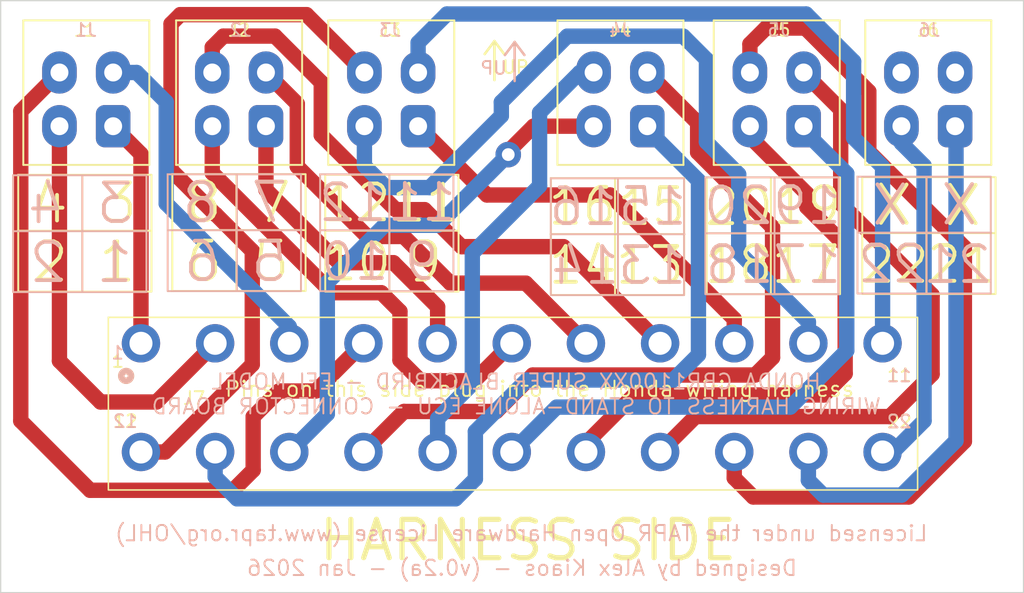
<source format=kicad_pcb>
(kicad_pcb (version 20211014) (generator pcbnew)
  (layers (0 "F.Cu" signal) (31 "B.Cu" signal) (34 "B.Paste" user) (35 "F.Paste" user) (36 "B.SilkS" user "B.Silkscreen") (37 "F.SilkS" user "F.Silkscreen") (38 "B.Mask" user) (39 "F.Mask" user) (44 "Edge.Cuts" user))
  (net 0 "")
  (net 3 "AB_1")
  (net 4 "AB_2")
  (net 5 "AB_3")
  (net 6 "AB_4")
  (net 7 "AB_5")
  (net 8 "AB_6")
  (net 9 "AB_7")
  (net 10 "AB_8")
  (net 11 "AB_9")
  (net 12 "AB_10")
  (net 13 "AB_11")
  (net 14 "AB_12")
  (net 15 "AB_13")
  (net 16 "AB_14")
  (net 17 "AB_15")
  (net 18 "AB_16")
  (net 19 "AB_17")
  (net 20 "AB_18")
  (net 21 "AB_19")
  (net 22 "AB_20")
  (net 23 "AB_21")
  (net 24 "AB_22")
  (footprint "AJK_MolexPin:AJK_Single_MolexPin_1.8mmHole" (layer "F.Cu") (at 110.975 80.5)
    (fp_text reference "J7" (at 4.16 4.29 unlocked) (layer "F.SilkS"))
    (fp_text value "AJK_22_Pin" hide)
    (fp_circle (center -1.16 2.55) (end -0.779 2.55) (layer "B.SilkS") (width 0.508) (fill none))
    (fp_rect (start -2.55 -2.03) (end 60.74 11.47) (layer "F.SilkS") (width 0.12) (fill none))
    (fp_circle (center -1.161 2.55) (end -0.78 2.55) (layer "F.SilkS") (width 0.508) (fill none))
    (pad "1" thru_hole circle (at 0 0) (size 3 3) (drill 1.8) (layers *.Cu *.Mask) (net 3 "AB_1"))
    (pad "2" thru_hole circle (at 5.8 0) (size 3 3) (drill 1.8) (layers *.Cu *.Mask) (net 4 "AB_2"))
    (pad "3" thru_hole circle (at 11.6 0) (size 3 3) (drill 1.8) (layers *.Cu *.Mask) (net 5 "AB_3"))
    (pad "4" thru_hole circle (at 17.4 0) (size 3 3) (drill 1.8) (layers *.Cu *.Mask) (net 6 "AB_4"))
    (pad "5" thru_hole circle (at 23.2 0) (size 3 3) (drill 1.8) (layers *.Cu *.Mask) (net 7 "AB_5"))
    (pad "6" thru_hole circle (at 29 0) (size 3 3) (drill 1.8) (layers *.Cu *.Mask) (net 8 "AB_6"))
    (pad "7" thru_hole circle (at 34.8 0) (size 3 3) (drill 1.8) (layers *.Cu *.Mask) (net 9 "AB_7"))
    (pad "8" thru_hole circle (at 40.6 0) (size 3 3) (drill 1.8) (layers *.Cu *.Mask) (net 10 "AB_8"))
    (pad "9" thru_hole circle (at 46.4 0) (size 3 3) (drill 1.8) (layers *.Cu *.Mask) (net 11 "AB_9"))
    (pad "10" thru_hole circle (at 52.2 0) (size 3 3) (drill 1.8) (layers *.Cu *.Mask) (net 12 "AB_10"))
    (pad "11" thru_hole circle (at 58 0) (size 3 3) (drill 1.8) (layers *.Cu *.Mask) (net 13 "AB_11"))
    (pad "12" thru_hole circle (at 0 8.5) (size 3 3) (drill 1.8) (layers *.Cu *.Mask) (net 14 "AB_12"))
    (pad "13" thru_hole circle (at 5.8 8.5) (size 3 3) (drill 1.8) (layers *.Cu *.Mask) (net 15 "AB_13"))
    (pad "14" thru_hole circle (at 11.6 8.5) (size 3 3) (drill 1.8) (layers *.Cu *.Mask) (net 16 "AB_14"))
    (pad "15" thru_hole circle (at 17.4 8.5) (size 3 3) (drill 1.8) (layers *.Cu *.Mask) (net 17 "AB_15"))
    (pad "16" thru_hole circle (at 23.2 8.5) (size 3 3) (drill 1.8) (layers *.Cu *.Mask) (net 18 "AB_16"))
    (pad "17" thru_hole circle (at 29 8.5) (size 3 3) (drill 1.8) (layers *.Cu *.Mask) (net 19 "AB_17"))
    (pad "18" thru_hole circle (at 34.8 8.5) (size 3 3) (drill 1.8) (layers *.Cu *.Mask) (net 20 "AB_18"))
    (pad "19" thru_hole circle (at 40.6 8.5) (size 3 3) (drill 1.8) (layers *.Cu *.Mask) (net 21 "AB_19"))
    (pad "20" thru_hole circle (at 46.4 8.5) (size 3 3) (drill 1.8) (layers *.Cu *.Mask) (net 22 "AB_20"))
    (pad "21" thru_hole circle (at 52.2 8.5) (size 3 3) (drill 1.8) (layers *.Cu *.Mask) (net 23 "AB_21"))
    (pad "22" thru_hole circle (at 58 8.5) (size 3 3) (drill 1.8) (layers *.Cu *.Mask) (net 24 "AB_22"))
  )
  (footprint "AJK_MolexPin:4-Way-Molex_Connector-MiniFit-JNR" (layer "F.Cu") (at 108.8 63.52)
    (fp_text reference "J1" (at -2.175 -7.52 unlocked) (layer "F.SilkS"))
    (fp_text value "2125201004" hide)
    (fp_line (start -7.0276 -8.276946) (end -7.0276 3.026054) (layer "F.SilkS") (width 0.1524))
    (fp_line (start 2.8276 -8.276946) (end -7.0276 -8.276946) (layer "F.SilkS") (width 0.1524))
    (fp_line (start 2.8276 3.026054) (end 2.8276 -8.276946) (layer "F.SilkS") (width 0.1524))
    (fp_line (start -7.0276 3.026054) (end 2.8276 3.026054) (layer "F.SilkS") (width 0.1524))
    (pad "1" thru_hole roundrect (at 0 0) (size 2.7 3.3) (drill 1.4) (layers *.Cu *.Mask) (net 3 "AB_1"))
    (pad "2" thru_hole oval (at -4.199998 0) (size 2.7 3.3) (drill 1.4) (layers *.Cu *.Mask) (net 4 "AB_2"))
    (pad "3" thru_hole oval (at 0 -4.19989) (size 2.7 3.3) (drill 1.4) (layers *.Cu *.Mask) (net 5 "AB_3"))
    (pad "4" thru_hole oval (at -4.199998 -4.19989) (size 2.7 3.3) (drill 1.4) (layers *.Cu *.Mask) (net 6 "AB_4"))
  )
  (footprint "AJK_MolexPin:4-Way-Molex_Connector-MiniFit-JNR" (layer "F.Cu") (at 150.575 63.52)
    (fp_text reference "J4" (at -2.1 -7.52 unlocked) (layer "F.SilkS"))
    (fp_text value "2125201004" hide)
    (fp_line (start -7.0276 3.026054) (end 2.8276 3.026054) (layer "F.SilkS") (width 0.1524))
    (fp_line (start -7.0276 -8.276946) (end -7.0276 3.026054) (layer "F.SilkS") (width 0.1524))
    (fp_line (start 2.8276 3.026054) (end 2.8276 -8.276946) (layer "F.SilkS") (width 0.1524))
    (fp_line (start 2.8276 -8.276946) (end -7.0276 -8.276946) (layer "F.SilkS") (width 0.1524))
    (pad "1" thru_hole roundrect (at 0 0) (size 2.7 3.3) (drill 1.4) (layers *.Cu *.Mask) (net 15 "AB_13"))
    (pad "2" thru_hole oval (at -4.199998 0) (size 2.7 3.3) (drill 1.4) (layers *.Cu *.Mask) (net 16 "AB_14"))
    (pad "3" thru_hole oval (at 0 -4.19989) (size 2.7 3.3) (drill 1.4) (layers *.Cu *.Mask) (net 17 "AB_15"))
    (pad "4" thru_hole oval (at -4.199998 -4.19989) (size 2.7 3.3) (drill 1.4) (layers *.Cu *.Mask) (net 18 "AB_16"))
  )
  (footprint "AJK_MolexPin:4-Way-Molex_Connector-MiniFit-JNR" (layer "F.Cu") (at 132.65 63.52)
    (fp_text reference "J3" (at -2.2 -7.52 unlocked) (layer "F.SilkS"))
    (fp_text value "2125201004" hide)
    (fp_line (start -7.0276 3.026054) (end 2.8276 3.026054) (layer "F.SilkS") (width 0.1524))
    (fp_line (start -7.0276 -8.276946) (end -7.0276 3.026054) (layer "F.SilkS") (width 0.1524))
    (fp_line (start 2.8276 -8.276946) (end -7.0276 -8.276946) (layer "F.SilkS") (width 0.1524))
    (fp_line (start 2.8276 3.026054) (end 2.8276 -8.276946) (layer "F.SilkS") (width 0.1524))
    (pad "1" thru_hole roundrect (at 0 0) (size 2.7 3.3) (drill 1.4) (layers *.Cu *.Mask) (net 11 "AB_9"))
    (pad "2" thru_hole oval (at -4.199998 0) (size 2.7 3.3) (drill 1.4) (layers *.Cu *.Mask) (net 12 "AB_10"))
    (pad "3" thru_hole oval (at 0 -4.19989) (size 2.7 3.3) (drill 1.4) (layers *.Cu *.Mask) (net 13 "AB_11"))
    (pad "4" thru_hole oval (at -4.199998 -4.19989) (size 2.7 3.3) (drill 1.4) (layers *.Cu *.Mask) (net 14 "AB_12"))
  )
  (footprint "AJK_MolexPin:4-Way-Molex_Connector-MiniFit-JNR" (layer "F.Cu") (at 120.75 63.52)
    (fp_text reference "J2" (at -2.1 -7.52 unlocked) (layer "F.SilkS"))
    (fp_text value "2125201004" hide)
    (fp_line (start -7.0276 3.026054) (end 2.8276 3.026054) (layer "F.SilkS") (width 0.1524))
    (fp_line (start -7.0276 -8.276946) (end -7.0276 3.026054) (layer "F.SilkS") (width 0.1524))
    (fp_line (start 2.8276 3.026054) (end 2.8276 -8.276946) (layer "F.SilkS") (width 0.1524))
    (fp_line (start 2.8276 -8.276946) (end -7.0276 -8.276946) (layer "F.SilkS") (width 0.1524))
    (pad "1" thru_hole roundrect (at 0 0) (size 2.7 3.3) (drill 1.4) (layers *.Cu *.Mask) (net 7 "AB_5"))
    (pad "2" thru_hole oval (at -4.199998 0) (size 2.7 3.3) (drill 1.4) (layers *.Cu *.Mask) (net 8 "AB_6"))
    (pad "3" thru_hole oval (at 0 -4.19989) (size 2.7 3.3) (drill 1.4) (layers *.Cu *.Mask) (net 9 "AB_7"))
    (pad "4" thru_hole oval (at -4.199998 -4.19989) (size 2.7 3.3) (drill 1.4) (layers *.Cu *.Mask) (net 10 "AB_8"))
  )
  (footprint "AJK_MolexPin:4-Way-Molex_Connector-MiniFit-JNR" (layer "F.Cu") (at 162.8 63.52)
    (fp_text reference "J5" (at -1.89 -7.52 unlocked) (layer "F.SilkS"))
    (fp_text value "2125201004" hide)
    (fp_line (start 2.8276 3.026054) (end 2.8276 -8.276946) (layer "F.SilkS") (width 0.1524))
    (fp_line (start -7.0276 -8.276946) (end -7.0276 3.026054) (layer "F.SilkS") (width 0.1524))
    (fp_line (start -7.0276 3.026054) (end 2.8276 3.026054) (layer "F.SilkS") (width 0.1524))
    (fp_line (start 2.8276 -8.276946) (end -7.0276 -8.276946) (layer "F.SilkS") (width 0.1524))
    (pad "1" thru_hole roundrect (at 0 0) (size 2.7 3.3) (drill 1.4) (layers *.Cu *.Mask) (net 19 "AB_17"))
    (pad "2" thru_hole oval (at -4.199998 0) (size 2.7 3.3) (drill 1.4) (layers *.Cu *.Mask) (net 20 "AB_18"))
    (pad "3" thru_hole oval (at 0 -4.19989) (size 2.7 3.3) (drill 1.4) (layers *.Cu *.Mask) (net 21 "AB_19"))
    (pad "4" thru_hole oval (at -4.199998 -4.19989) (size 2.7 3.3) (drill 1.4) (layers *.Cu *.Mask) (net 22 "AB_20"))
  )
  (footprint "AJK_MolexPin:4-Way-Molex_Connector-MiniFit-JNR" (layer "F.Cu") (at 174.65 63.52)
    (fp_text reference "J6" (at -2.1 -7.52 unlocked) (layer "F.SilkS"))
    (fp_text value "2125201004" hide)
    (fp_line (start 2.8276 3.026054) (end 2.8276 -8.276946) (layer "F.SilkS") (width 0.1524))
    (fp_line (start -7.0276 3.026054) (end 2.8276 3.026054) (layer "F.SilkS") (width 0.1524))
    (fp_line (start 2.8276 -8.276946) (end -7.0276 -8.276946) (layer "F.SilkS") (width 0.1524))
    (fp_line (start -7.0276 -8.276946) (end -7.0276 3.026054) (layer "F.SilkS") (width 0.1524))
    (pad "1" thru_hole roundrect (at 0 0) (size 2.7 3.3) (drill 1.4) (layers *.Cu *.Mask) (net 23 "AB_21"))
    (pad "2" thru_hole oval (at -4.199998 0) (size 2.7 3.3) (drill 1.4) (layers *.Cu *.Mask) (net 24 "AB_22"))
    (pad "3" thru_hole oval (at 0 -4.19989) (size 2.7 3.3) (drill 1.4) (layers *.Cu *.Mask))
    (pad "4" thru_hole oval (at -4.199998 -4.19989) (size 2.7 3.3) (drill 1.4) (layers *.Cu *.Mask))
  )
  (gr_line (start 160.525 76.62) (end 160.525 67.545) (layer "B.SilkS") (width 0.15))
  (gr_line (start 140.201 59.986) (end 140.201 56.938) (layer "B.SilkS") (width 0.2))
  (gr_line (start 140.201 56.938) (end 139.439 57.954) (layer "B.SilkS") (width 0.2))
  (gr_rect (start 113.0625 76.42) (end 123.4875 67.2825) (layer "B.SilkS") (width 0.15) (fill none))
  (gr_line (start 118.475 76.3825) (end 118.475 67.3075) (layer "B.SilkS") (width 0.15))
  (gr_line (start 155.15 71.895) (end 165.575 71.895) (layer "B.SilkS") (width 0.15))
  (gr_line (start 148.28 76.705) (end 148.28 67.63) (layer "B.SilkS") (width 0.15))
  (gr_line (start 101.0125 71.7325) (end 111.4375 71.7325) (layer "B.SilkS") (width 0.15))
  (gr_rect (start 100.975 76.495) (end 111.4 67.3575) (layer "B.SilkS") (width 0.15) (fill none))
  (gr_line (start 106.3875 76.4575) (end 106.3875 67.3825) (layer "B.SilkS") (width 0.15))
  (gr_rect (start 124.9875 76.42) (end 135.4125 67.2825) (layer "B.SilkS") (width 0.15) (fill none))
  (gr_rect (start 167.0125 76.6075) (end 177.4375 67.47) (layer "B.SilkS") (width 0.15) (fill none))
  (gr_line (start 167.05 71.845) (end 177.475 71.845) (layer "B.SilkS") (width 0.15))
  (gr_line (start 140.963 57.954) (end 140.201 56.938) (layer "B.SilkS") (width 0.2))
  (gr_line (start 172.425 76.57) (end 172.425 67.495) (layer "B.SilkS") (width 0.15))
  (gr_line (start 125.025 71.6575) (end 135.45 71.6575) (layer "B.SilkS") (width 0.15))
  (gr_line (start 143.0625 71.97) (end 153.4875 71.97) (layer "B.SilkS") (width 0.15))
  (gr_rect (start 155.1125 76.6575) (end 165.5375 67.52) (layer "B.SilkS") (width 0.15) (fill none))
  (gr_rect (start 143.025 76.7325) (end 153.45 67.595) (layer "B.SilkS") (width 0.15) (fill none))
  (gr_line (start 130.4 76.3825) (end 130.4 67.3075) (layer "B.SilkS") (width 0.15))
  (gr_line (start 113.1 71.6575) (end 123.525 71.6575) (layer "B.SilkS") (width 0.15))
  (gr_line (start 125.35 71.695) (end 135.775 71.695) (layer "F.SilkS") (width 0.15))
  (gr_line (start 118.4375 67.295) (end 118.4375 76.37) (layer "F.SilkS") (width 0.15))
  (gr_line (start 113.3875 71.645) (end 123.8125 71.645) (layer "F.SilkS") (width 0.15))
  (gr_rect (start 125.3875 67.32) (end 135.8125 76.4575) (layer "F.SilkS") (width 0.15) (fill none))
  (gr_rect (start 155.225 67.52) (end 165.65 76.6575) (layer "F.SilkS") (width 0.15) (fill none))
  (gr_line (start 155.1875 71.895) (end 165.6125 71.895) (layer "F.SilkS") (width 0.15))
  (gr_line (start 138.619 56.864) (end 137.857 57.88) (layer "F.SilkS") (width 0.2))
  (gr_line (start 143 71.9575) (end 153.425 71.9575) (layer "F.SilkS") (width 0.15))
  (gr_rect (start 167.3875 67.5075) (end 177.8125 76.645) (layer "F.SilkS") (width 0.15) (fill none))
  (gr_line (start 106.3875 67.345) (end 106.3875 76.42) (layer "F.SilkS") (width 0.15))
  (gr_rect (start 113.425 67.27) (end 123.85 76.4075) (layer "F.SilkS") (width 0.15) (fill none))
  (gr_line (start 138.619 56.864) (end 138.619 59.912) (layer "F.SilkS") (width 0.2))
  (gr_line (start 172.4 67.5325) (end 172.4 76.6075) (layer "F.SilkS") (width 0.15))
  (gr_line (start 139.381 57.88) (end 138.619 56.864) (layer "F.SilkS") (width 0.2))
  (gr_line (start 160.2375 67.545) (end 160.2375 76.62) (layer "F.SilkS") (width 0.15))
  (gr_rect (start 101.375 67.32) (end 111.8 76.4575) (layer "F.SilkS") (width 0.15) (fill none))
  (gr_line (start 101.3375 71.695) (end 111.7625 71.695) (layer "F.SilkS") (width 0.15))
  (gr_line (start 148.05 67.6075) (end 148.05 76.6825) (layer "F.SilkS") (width 0.15))
  (gr_line (start 167.35 71.8825) (end 177.775 71.8825) (layer "F.SilkS") (width 0.15))
  (gr_line (start 130.4 67.345) (end 130.4 76.42) (layer "F.SilkS") (width 0.15))
  (gr_rect (start 143.0375 67.5825) (end 153.4625 76.72) (layer "F.SilkS") (width 0.15) (fill none))
  (gr_rect (start 100 100) (end 180 53.7) (layer "Edge.Cuts") (width 0.1) (fill none))
  (gr_text "14" (at 145.7125 74.42) (layer "B.SilkS") (effects (font (size 2.8 2.8) (thickness 0.3)) (justify mirror)))
  (gr_text "11" (at 170.27 83.02) (layer "B.SilkS") (effects (font (size 1 1)) (justify mirror)))
  (gr_text "9" (at 132.925 74.1075) (layer "B.SilkS") (effects (font (size 2.8 2.8) (thickness 0.3)) (justify mirror)))
  (gr_text "Licensed under the TAPR Open Hardware License (www.tapr.org/OHL)" (at 140.72 95.36) (layer "B.SilkS") (effects (font (size 1.2 1.2)) (justify mirror)))
  (gr_text "17" (at 163.075 74.345) (layer "B.SilkS") (effects (font (size 2.8 2.8) (thickness 0.3)) (justify mirror)))
  (gr_text "15" (at 150.9875 69.795) (layer "B.SilkS") (effects (font (size 2.8 2.8) (thickness 0.3)) (justify mirror)))
  (gr_text "13" (at 150.9625 74.42) (layer "B.SilkS") (effects (font (size 2.8 2.8) (thickness 0.3)) (justify mirror)))
  (gr_text "X" (at 169.575 69.695) (layer "B.SilkS") (effects (font (size 3 3) (thickness 0.3)) (justify mirror)))
  (gr_text "J1" (at 106.67 56) (layer "B.SilkS") (effects (font (size 1 1)) (justify mirror)))
  (gr_text "J6" (at 172.63 56) (layer "B.SilkS") (effects (font (size 1 1)) (justify mirror)))
  (gr_text "X" (at 174.975 69.67) (layer "B.SilkS") (effects (font (size 3 3) (thickness 0.3)) (justify mirror)))
  (gr_text "1" (at 108.9125 74.1825) (layer "B.SilkS") (effects (font (size 3 3) (thickness 0.3)) (justify mirror)))
  (gr_text "7" (at 121.025 69.4825) (layer "B.SilkS") (effects (font (size 3 3) (thickness 0.3)) (justify mirror)))
  (gr_text "J4" (at 148.45 56) (layer "B.SilkS") (effects (font (size 1 1)) (justify mirror)))
  (gr_text "22" (at 169.7 74.295) (layer "B.SilkS") (effects (font (size 2.8 2.8) (thickness 0.3)) (justify mirror)))
  (gr_text "J3" (at 130.47 56) (layer "B.SilkS") (effects (font (size 1 1)) (justify mirror)))
  (gr_text "11" (at 132.95 69.4825) (layer "B.SilkS") (effects (font (size 2.8 2.8) (thickness 0.3)) (justify mirror)))
  (gr_text "10" (at 127.675 74.1075) (layer "B.SilkS") (effects (font (size 2.8 2.8) (thickness 0.3)) (justify mirror)))
  (gr_text "J2" (at 118.77 56) (layer "B.SilkS") (effects (font (size 1 1)) (justify mirror)))
  (gr_text "1" (at 109.15 81.245) (layer "B.SilkS") (effects (font (size 1 1)) (justify mirror)))
  (gr_text "Designed by Alex Kiaos - (v0.2a) - Jan 2026" (at 140.775 98.075) (layer "B.SilkS") (effects (font (size 1.2 1.2)) (justify mirror)))
  (gr_text "21" (at 174.825 74.345) (layer "B.SilkS") (effects (font (size 2.8 2.8) (thickness 0.3)) (justify mirror)))
  (gr_text "16" (at 145.5875 69.82) (layer "B.SilkS") (effects (font (size 2.8 2.8) (thickness 0.3)) (justify mirror)))
  (gr_text "2" (at 103.6625 74.1825) (layer "B.SilkS") (effects (font (size 3 3) (thickness 0.3)) (justify mirror)))
  (gr_text "6" (at 115.75 74.1075) (layer "B.SilkS") (effects (font (size 3 3) (thickness 0.3)) (justify mirror)))
  (gr_text "J5" (at 160.84 56) (layer "B.SilkS") (effects (font (size 1 1)) (justify mirror)))
  (gr_text "20" (at 157.675 69.745) (layer "B.SilkS") (effects (font (size 2.8 2.8) (thickness 0.3)) (justify mirror)))
  (gr_text "3" (at 108.9375 69.5575) (layer "B.SilkS") (effects (font (size 3 3) (thickness 0.3)) (justify mirror)))
  (gr_text "UP" (at 138.55 58.97) (layer "B.SilkS") (effects (font (size 1 1)) (justify mirror)))
  (gr_text "12" (at 127.55 69.5075) (layer "B.SilkS") (effects (font (size 2.8 2.8) (thickness 0.3)) (justify mirror)))
  (gr_text "19" (at 163.075 69.72) (layer "B.SilkS") (effects (font (size 2.8 2.8) (thickness 0.3)) (justify mirror)))
  (gr_text "5" (at 121 74.1075) (layer "B.SilkS") (effects (font (size 3 3) (thickness 0.3)) (justify mirror)))
  (gr_text "8" (at 115.625 69.5075) (layer "B.SilkS") (effects (font (size 3 3) (thickness 0.3)) (justify mirror)))
  (gr_text "HONDA CBR1100XX SUPER BLACKBIRD - EFI MODEL\nWIRING HARNESS TO STAND-ALONE ECU - CONNECTOR BOARD" (at 140.325 84.47) (layer "B.SilkS") (effects (font (size 1.2 1.2)) (justify mirror)))
  (gr_text "12" (at 109.75 86.595) (layer "B.SilkS") (effects (font (size 1 1)) (justify mirror)))
  (gr_text "18" (at 157.8 74.345) (layer "B.SilkS") (effects (font (size 2.8 2.8) (thickness 0.3)) (justify mirror)))
  (gr_text "4" (at 103.5375 69.5825) (layer "B.SilkS") (effects (font (size 3 3) (thickness 0.3)) (justify mirror)))
  (gr_text "22" (at 170.275 86.62) (layer "B.SilkS") (effects (font (size 1 1)) (justify mirror)))
  (gr_text "20" (at 157.75 69.82) (layer "F.SilkS") (effects (font (size 2.8 2.8) (thickness 0.3))))
  (gr_text "12" (at 127.85 69.52) (layer "F.SilkS") (effects (font (size 2.8 2.8) (thickness 0.3))))
  (gr_text "10" (at 127.875 74.145) (layer "F.SilkS") (effects (font (size 2.8 2.8) (thickness 0.3))))
  (gr_text "UP" (at 140.27 58.896) (layer "F.SilkS") (effects (font (size 1 1))))
  (gr_text "16" (at 145.5 69.7825) (layer "F.SilkS") (effects (font (size 2.8 2.8) (thickness 0.3))))
  (gr_text "19" (at 163.0875 69.745) (layer "F.SilkS") (effects (font (size 2.8 2.8) (thickness 0.3))))
  (gr_text "17" (at 162.9625 74.345) (layer "F.SilkS") (effects (font (size 2.8 2.8) (thickness 0.3))))
  (gr_text "15" (at 150.9 69.8075) (layer "F.SilkS") (effects (font (size 2.8 2.8) (thickness 0.3))))
  (gr_text "7" (at 121.2875 69.495) (layer "F.SilkS") (effects (font (size 3 3) (thickness 0.3))))
  (gr_text "6" (at 115.9125 74.095) (layer "F.SilkS") (effects (font (size 3 3) (thickness 0.3))))
  (gr_text "13" (at 150.775 74.4075) (layer "F.SilkS") (effects (font (size 2.8 2.8) (thickness 0.3))))
  (gr_text "5" (at 121.1625 74.095) (layer "F.SilkS") (effects (font (size 3 3) (thickness 0.3))))
  (gr_text "X" (at 175.25 69.7325) (layer "F.SilkS") (effects (font (size 3 3) (thickness 0.3))))
  (gr_text "HARNESS SIDE" (at 141.25 95.9) (layer "F.SilkS") (effects (font (size 3 3) (thickness 0.4))))
  (gr_text "21" (at 175.125 74.3325) (layer "F.SilkS") (effects (font (size 2.8 2.8) (thickness 0.3))))
  (gr_text "Pins on this side plug into the Honda wiring harness" (at 142.15 84.07) (layer "F.SilkS") (effects (font (size 1.2 1.2))))
  (gr_text "14" (at 145.525 74.4075) (layer "F.SilkS") (effects (font (size 2.8 2.8) (thickness 0.3))))
  (gr_text "18" (at 157.7125 74.345) (layer "F.SilkS") (effects (font (size 2.8 2.8) (thickness 0.3))))
  (gr_text "1" (at 109.17 81.89) (layer "F.SilkS") (effects (font (size 1 1))))
  (gr_text "22" (at 169.9375 74.3325) (layer "F.SilkS") (effects (font (size 2.8 2.8) (thickness 0.3))))
  (gr_text "9" (at 133.125 74.145) (layer "F.SilkS") (effects (font (size 3 3) (thickness 0.3))))
  (gr_text "11" (at 133.25 69.545) (layer "F.SilkS") (effects (font (size 2.8 2.8) (thickness 0.3))))
  (gr_text "1" (at 109.1125 74.145) (layer "F.SilkS") (effects (font (size 3 3) (thickness 0.3))))
  (gr_text "3" (at 109.2375 69.545) (layer "F.SilkS") (effects (font (size 3 3) (thickness 0.3))))
  (gr_text "2" (at 103.8625 74.145) (layer "F.SilkS") (effects (font (size 3 3) (thickness 0.3))))
  (gr_text "22" (at 170.3 86.62) (layer "F.SilkS") (effects (font (size 1 1))))
  (gr_text "X" (at 169.85 69.7075) (layer "F.SilkS") (effects (font (size 3 3) (thickness 0.3))))
  (gr_text "8" (at 115.8875 69.47) (layer "F.SilkS") (effects (font (size 3 3) (thickness 0.3))))
  (gr_text "4" (at 103.8375 69.52) (layer "F.SilkS") (effects (font (size 3 3) (thickness 0.3))))
  (gr_text "12" (at 109.75 86.595) (layer "F.SilkS") (effects (font (size 1 1))))
  (gr_text "11" (at 170.29 83) (layer "F.SilkS") (effects (font (size 1 1))))
  (segment (start 110.975 65.695) (end 108.8 63.52) (width 1.2) (layer "F.Cu") (net 3))
  (segment (start 110.975 65.695) (end 110.975 80.5) (width 1.2) (layer "F.Cu") (net 3))
  (segment (start 116.775 80.5) (end 112.185 85.09) (width 1.2) (layer "F.Cu") (net 4))
  (segment (start 104.600002 81.880002) (end 104.600002 63.52) (width 1.2) (layer "F.Cu") (net 4))
  (segment (start 112.185 85.09) (end 107.81 85.09) (width 1.2) (layer "F.Cu") (net 4))
  (segment (start 107.81 85.09) (end 104.600002 81.880002) (width 1.2) (layer "F.Cu") (net 4))
  (segment (start 122.575 79.195) (end 122.575 80.5) (width 1.2) (layer "B.Cu") (net 5))
  (segment (start 112.95 61.63) (end 112.95 69.57) (width 1.2) (layer "B.Cu") (net 5))
  (segment (start 112.95 69.57) (end 122.575 79.195) (width 1.2) (layer "B.Cu") (net 5))
  (segment (start 110.64011 59.32011) (end 112.95 61.63) (width 1.2) (layer "B.Cu") (net 5))
  (segment (start 108.8 59.32011) (end 110.64011 59.32011) (width 1.2) (layer "B.Cu") (net 5))
  (segment (start 101.575 86.57) (end 107 91.995) (width 1.2) (layer "F.Cu") (net 6))
  (segment (start 121.765 84.23) (end 124.645 84.23) (width 1.2) (layer "F.Cu") (net 6))
  (segment (start 124.645 84.23) (end 128.375 80.5) (width 1.2) (layer "F.Cu") (net 6))
  (segment (start 107 91.995) (end 118.175 91.995) (width 1.2) (layer "F.Cu") (net 6))
  (segment (start 101.575 62.345112) (end 101.575 86.57) (width 1.2) (layer "F.Cu") (net 6))
  (segment (start 104.600002 59.32011) (end 101.575 62.345112) (width 1.2) (layer "F.Cu") (net 6))
  (segment (start 119.75 86.245) (end 121.765 84.23) (width 1.2) (layer "F.Cu") (net 6))
  (segment (start 118.175 91.995) (end 119.75 90.42) (width 1.2) (layer "F.Cu") (net 6))
  (segment (start 119.75 90.42) (end 119.75 86.245) (width 1.2) (layer "F.Cu") (net 6))
  (segment (start 120.75 68.495) (end 120.75 63.52) (width 1.2) (layer "F.Cu") (net 7))
  (segment (start 126.45 74.195) (end 120.75 68.495) (width 1.2) (layer "F.Cu") (net 7))
  (segment (start 134.175 80.5) (end 134.175 77.645) (width 1.2) (layer "F.Cu") (net 7))
  (segment (start 134.175 77.645) (end 130.725 74.195) (width 1.2) (layer "F.Cu") (net 7))
  (segment (start 130.725 74.195) (end 126.45 74.195) (width 1.2) (layer "F.Cu") (net 7))
  (segment (start 137.045 83.43) (end 139.975 80.5) (width 1.2) (layer "F.Cu") (net 8))
  (segment (start 131.23 78) (end 131.23 81.82) (width 1.2) (layer "F.Cu") (net 8))
  (segment (start 116.550002 63.52) (end 116.550002 67.170002) (width 1.2) (layer "F.Cu") (net 8))
  (segment (start 131.23 81.82) (end 132.84 83.43) (width 1.2) (layer "F.Cu") (net 8))
  (segment (start 116.550002 67.170002) (end 125.925 76.545) (width 1.2) (layer "F.Cu") (net 8))
  (segment (start 129.775 76.545) (end 131.23 78) (width 1.2) (layer "F.Cu") (net 8))
  (segment (start 132.84 83.43) (end 137.045 83.43) (width 1.2) (layer "F.Cu") (net 8))
  (segment (start 125.925 76.545) (end 129.775 76.545) (width 1.2) (layer "F.Cu") (net 8))
  (segment (start 120.75 59.32011) (end 123.2 61.77011) (width 1.2) (layer "F.Cu") (net 9))
  (segment (start 128.675 72.145) (end 131.525 72.145) (width 1.2) (layer "F.Cu") (net 9))
  (segment (start 141.07 75.795) (end 145.775 80.5) (width 1.2) (layer "F.Cu") (net 9))
  (segment (start 123.2 66.67) (end 128.675 72.145) (width 1.2) (layer "F.Cu") (net 9))
  (segment (start 135.175 75.795) (end 141.07 75.795) (width 1.2) (layer "F.Cu") (net 9))
  (segment (start 123.2 61.77011) (end 123.2 66.67) (width 1.2) (layer "F.Cu") (net 9))
  (segment (start 131.525 72.145) (end 135.175 75.795) (width 1.2) (layer "F.Cu") (net 9))
  (segment (start 133.15 70.045) (end 130.9 70.045) (width 1.2) (layer "F.Cu") (net 10))
  (segment (start 151.575 80.5) (end 144.015 72.94) (width 1.2) (layer "F.Cu") (net 10))
  (segment (start 117.422347 56.472653) (end 116.550002 57.344998) (width 1.2) (layer "F.Cu") (net 10))
  (segment (start 121.452653 56.472653) (end 117.422347 56.472653) (width 1.2) (layer "F.Cu") (net 10))
  (segment (start 130.9 70.045) (end 125.075 64.22) (width 1.2) (layer "F.Cu") (net 10))
  (segment (start 125.075 60.095) (end 121.452653 56.472653) (width 1.2) (layer "F.Cu") (net 10))
  (segment (start 116.550002 57.344998) (end 116.550002 59.32011) (width 1.2) (layer "F.Cu") (net 10))
  (segment (start 125.075 64.22) (end 125.075 60.095) (width 1.2) (layer "F.Cu") (net 10))
  (segment (start 136.045 72.94) (end 133.15 70.045) (width 1.2) (layer "F.Cu") (net 10))
  (segment (start 144.015 72.94) (end 136.045 72.94) (width 1.2) (layer "F.Cu") (net 10))
  (segment (start 157.375 78.605) (end 157.375 80.5) (width 1.2) (layer "F.Cu") (net 11))
  (segment (start 132.65 63.52) (end 138.03 68.9) (width 1.2) (layer "F.Cu") (net 11))
  (segment (start 138.03 68.9) (end 147.67 68.9) (width 1.2) (layer "F.Cu") (net 11))
  (segment (start 147.67 68.9) (end 157.375 78.605) (width 1.2) (layer "F.Cu") (net 11))
  (segment (start 139.16 61.635) (end 139.16 62.71) (width 1.2) (layer "B.Cu") (net 12))
  (segment (start 157.72 67.28) (end 155.2 64.76) (width 1.2) (layer "B.Cu") (net 12))
  (segment (start 163.175 78.825) (end 157.72 73.37) (width 1.2) (layer "B.Cu") (net 12))
  (segment (start 133.55 68.32) (end 130.15 68.32) (width 1.2) (layer "B.Cu") (net 12))
  (segment (start 139.16 62.71) (end 133.55 68.32) (width 1.2) (layer "B.Cu") (net 12))
  (segment (start 157.72 73.37) (end 157.72 67.28) (width 1.2) (layer "B.Cu") (net 12))
  (segment (start 130.15 68.32) (end 128.450002 66.620002) (width 1.2) (layer "B.Cu") (net 12))
  (segment (start 155.2 58.295) (end 153.385 56.48) (width 1.2) (layer "B.Cu") (net 12))
  (segment (start 128.450002 66.620002) (end 128.450002 63.52) (width 1.2) (layer "B.Cu") (net 12))
  (segment (start 144.315 56.48) (end 139.16 61.635) (width 1.2) (layer "B.Cu") (net 12))
  (segment (start 163.175 80.5) (end 163.175 78.825) (width 1.2) (layer "B.Cu") (net 12))
  (segment (start 153.385 56.48) (end 144.315 56.48) (width 1.2) (layer "B.Cu") (net 12))
  (segment (start 155.2 64.76) (end 155.2 58.295) (width 1.2) (layer "B.Cu") (net 12))
  (segment (start 166.71 58.455) (end 163 54.745) (width 1.2) (layer "B.Cu") (net 13))
  (segment (start 168.975 66.695) (end 166.71 64.43) (width 1.2) (layer "B.Cu") (net 13))
  (segment (start 166.71 64.43) (end 166.71 58.455) (width 1.2) (layer "B.Cu") (net 13))
  (segment (start 132.65 56.995) (end 132.65 59.32011) (width 1.2) (layer "B.Cu") (net 13))
  (segment (start 168.975 80.5) (end 168.975 66.695) (width 1.2) (layer "B.Cu") (net 13))
  (segment (start 134.9 54.745) (end 132.65 56.995) (width 1.2) (layer "B.Cu") (net 13))
  (segment (start 163 54.745) (end 134.9 54.745) (width 1.2) (layer "B.Cu") (net 13))
  (segment (start 110.975 89) (end 112.86 89) (width 1.2) (layer "F.Cu") (net 14))
  (segment (start 113.325 66.945) (end 113.325 55.52) (width 1.2) (layer "F.Cu") (net 14))
  (segment (start 118.16 83.7) (end 118.16 83.68) (width 1.2) (layer "F.Cu") (net 14))
  (segment (start 114.05 54.795) (end 123.924892 54.795) (width 1.2) (layer "F.Cu") (net 14))
  (segment (start 116.825 70.42) (end 116.8 70.42) (width 1.2) (layer "F.Cu") (net 14))
  (segment (start 116.8 70.42) (end 113.325 66.945) (width 1.2) (layer "F.Cu") (net 14))
  (segment (start 112.86 89) (end 118.16 83.7) (width 1.2) (layer "F.Cu") (net 14))
  (segment (start 119.68 73.275) (end 116.825 70.42) (width 1.2) (layer "F.Cu") (net 14))
  (segment (start 113.325 55.52) (end 114.05 54.795) (width 1.2) (layer "F.Cu") (net 14))
  (segment (start 123.924892 54.795) (end 128.450002 59.32011) (width 1.2) (layer "F.Cu") (net 14))
  (segment (start 118.16 83.68) (end 119.68 82.16) (width 1.2) (layer "F.Cu") (net 14))
  (segment (start 119.68 82.16) (end 119.68 73.275) (width 1.2) (layer "F.Cu") (net 14))
  (segment (start 150.575 63.77) (end 154.575 67.77) (width 1.2) (layer "B.Cu") (net 15))
  (segment (start 152.6 83.37) (end 141.152308 83.37) (width 1.2) (layer "B.Cu") (net 15))
  (segment (start 154.575 67.77) (end 154.575 81.395) (width 1.2) (layer "B.Cu") (net 15))
  (segment (start 118.49 92.66) (end 116.775 90.945) (width 1.2) (layer "B.Cu") (net 15))
  (segment (start 154.575 81.395) (end 152.6 83.37) (width 1.2) (layer "B.Cu") (net 15))
  (segment (start 116.775 90.945) (end 116.775 89) (width 1.2) (layer "B.Cu") (net 15))
  (segment (start 137.13 87.392308) (end 137.13 91.11) (width 1.2) (layer "B.Cu") (net 15))
  (segment (start 137.13 91.11) (end 135.58 92.66) (width 1.2) (layer "B.Cu") (net 15))
  (segment (start 135.58 92.66) (end 118.49 92.66) (width 1.2) (layer "B.Cu") (net 15))
  (segment (start 141.152308 83.37) (end 137.13 87.392308) (width 1.2) (layer "B.Cu") (net 15))
  (segment (start 139.7 65.74) (end 139.7 65.5) (width 1.2) (layer "F.Cu") (net 16))
  (segment (start 139.7 65.5) (end 141.68 63.52) (width 1.2) (layer "F.Cu") (net 16))
  (segment (start 141.68 63.52) (end 146.375002 63.52) (width 1.2) (layer "F.Cu") (net 16))
  (via (at 139.7 65.74) (size 2) (drill 1) (layers "F.Cu" "B.Cu") (net 16))
  (segment (start 130.025 71.27) (end 125.55 75.745) (width 1.2) (layer "B.Cu") (net 16))
  (segment (start 134.17 71.27) (end 130.025 71.27) (width 1.2) (layer "B.Cu") (net 16))
  (segment (start 139.7 65.74) (end 134.17 71.27) (width 1.2) (layer "B.Cu") (net 16))
  (segment (start 125.55 75.745) (end 125.55 86.025) (width 1.2) (layer "B.Cu") (net 16))
  (segment (start 125.55 86.025) (end 122.575 89) (width 1.2) (layer "B.Cu") (net 16))
  (segment (start 154.51 63.25511) (end 150.575 59.32011) (width 1.2) (layer "F.Cu") (net 17))
  (segment (start 131.545 85.83) (end 138.765 85.83) (width 1.2) (layer "F.Cu") (net 17))
  (segment (start 128.375 89) (end 131.545 85.83) (width 1.2) (layer "F.Cu") (net 17))
  (segment (start 160.37 81.62) (end 160.37 71.42) (width 1.2) (layer "F.Cu") (net 17))
  (segment (start 160.37 71.42) (end 154.51 65.56) (width 1.2) (layer "F.Cu") (net 17))
  (segment (start 138.765 85.83) (end 141.615 82.98) (width 1.2) (layer "F.Cu") (net 17))
  (segment (start 154.51 65.56) (end 154.51 63.25511) (width 1.2) (layer "F.Cu") (net 17))
  (segment (start 159.01 82.98) (end 160.37 81.62) (width 1.2) (layer "F.Cu") (net 17))
  (segment (start 141.615 82.98) (end 159.01 82.98) (width 1.2) (layer "F.Cu") (net 17))
  (segment (start 142.15 62.46) (end 145.28989 59.32011) (width 1.2) (layer "B.Cu") (net 18))
  (segment (start 134.175 86.395) (end 136.89 83.68) (width 1.2) (layer "B.Cu") (net 18))
  (segment (start 142.15 68.19) (end 142.15 62.46) (width 1.2) (layer "B.Cu") (net 18))
  (segment (start 134.175 86.395) (end 134.175 89) (width 1.2) (layer "B.Cu") (net 18))
  (segment (start 136.89 73.45) (end 142.15 68.19) (width 1.2) (layer "B.Cu") (net 18))
  (segment (start 136.89 83.68) (end 136.89 73.45) (width 1.2) (layer "B.Cu") (net 18))
  (segment (start 145.28989 59.32011) (end 146.375002 59.32011) (width 1.2) (layer "B.Cu") (net 18))
  (segment (start 143.485 85.49) (end 139.975 89) (width 1.2) (layer "B.Cu") (net 19))
  (segment (start 162.8 63.52) (end 162.8 63.845) (width 1.2) (layer "B.Cu") (net 19))
  (segment (start 161.755 85.49) (end 143.485 85.49) (width 1.2) (layer "B.Cu") (net 19))
  (segment (start 166.175 67.22) (end 166.175 81.07) (width 1.2) (layer "B.Cu") (net 19))
  (segment (start 166.175 81.07) (end 161.755 85.49) (width 1.2) (layer "B.Cu") (net 19))
  (segment (start 162.8 63.845) (end 166.175 67.22) (width 1.2) (layer "B.Cu") (net 19))
  (segment (start 149.55 84.54) (end 145.775 88.315) (width 1.2) (layer "F.Cu") (net 20))
  (segment (start 145.775 88.315) (end 145.775 89) (width 1.2) (layer "F.Cu") (net 20))
  (segment (start 166.05 82.87) (end 164.38 84.54) (width 1.2) (layer "F.Cu") (net 20))
  (segment (start 166.05 72.845) (end 166.05 82.87) (width 1.2) (layer "F.Cu") (net 20))
  (segment (start 158.600002 63.52) (end 158.600002 64.345002) (width 1.2) (layer "F.Cu") (net 20))
  (segment (start 164.38 84.54) (end 149.55 84.54) (width 1.2) (layer "F.Cu") (net 20))
  (segment (start 163.05 68.795) (end 163.05 69.845) (width 1.2) (layer "F.Cu") (net 20))
  (segment (start 163.05 69.845) (end 166.05 72.845) (width 1.2) (layer "F.Cu") (net 20))
  (segment (start 158.600002 64.345002) (end 163.05 68.795) (width 1.2) (layer "F.Cu") (net 20))
  (segment (start 172.85 76.72) (end 165.7 69.57) (width 1.2) (layer "F.Cu") (net 21))
  (segment (start 165.7 69.57) (end 165.7 62.22011) (width 1.2) (layer "F.Cu") (net 21))
  (segment (start 154.345 86.23) (end 169.54 86.23) (width 1.2) (layer "F.Cu") (net 21))
  (segment (start 151.575 89) (end 154.345 86.23) (width 1.2) (layer "F.Cu") (net 21))
  (segment (start 169.54 86.23) (end 172.85 82.92) (width 1.2) (layer "F.Cu") (net 21))
  (segment (start 165.7 62.22011) (end 162.8 59.32011) (width 1.2) (layer "F.Cu") (net 21))
  (segment (start 172.85 82.92) (end 172.85 76.72) (width 1.2) (layer "F.Cu") (net 21))
  (segment (start 158.600002 57.094998) (end 159.85 55.845) (width 1.2) (layer "F.Cu") (net 22))
  (segment (start 162.9375 55.845) (end 167.9 60.8075) (width 1.2) (layer "F.Cu") (net 22))
  (segment (start 171.025 92.52) (end 158.86 92.52) (width 1.2) (layer "F.Cu") (net 22))
  (segment (start 175.375 72.995) (end 175.375 88.17) (width 1.2) (layer "F.Cu") (net 22))
  (segment (start 159.85 55.845) (end 162.9375 55.845) (width 1.2) (layer "F.Cu") (net 22))
  (segment (start 167.9 60.8075) (end 167.9 65.52) (width 1.2) (layer "F.Cu") (net 22))
  (segment (start 158.600002 59.32011) (end 158.600002 57.094998) (width 1.2) (layer "F.Cu") (net 22))
  (segment (start 175.375 88.17) (end 171.025 92.52) (width 1.2) (layer "F.Cu") (net 22))
  (segment (start 157.375 91.035) (end 157.375 89) (width 1.2) (layer "F.Cu") (net 22))
  (segment (start 158.86 92.52) (end 157.375 91.035) (width 1.2) (layer "F.Cu") (net 22))
  (segment (start 167.9 65.52) (end 175.375 72.995) (width 1.2) (layer "F.Cu") (net 22))
  (segment (start 174.65 63.52) (end 174.72 63.59) (width 1.2) (layer "B.Cu") (net 23))
  (segment (start 163.175 91.215) (end 163.175 89) (width 1.2) (layer "B.Cu") (net 23))
  (segment (start 164.33 92.37) (end 163.175 91.215) (width 1.2) (layer "B.Cu") (net 23))
  (segment (start 174.72 88.12) (end 170.47 92.37) (width 1.2) (layer "B.Cu") (net 23))
  (segment (start 170.47 92.37) (end 164.33 92.37) (width 1.2) (layer "B.Cu") (net 23))
  (segment (start 174.72 63.59) (end 174.72 88.12) (width 1.2) (layer "B.Cu") (net 23))
  (segment (start 169.78 89) (end 168.975 89) (width 1.2) (layer "B.Cu") (net 24))
  (segment (start 172.22 66.61) (end 172.22 86.56) (width 1.2) (layer "B.Cu") (net 24))
  (segment (start 172.22 86.56) (end 169.78 89) (width 1.2) (layer "B.Cu") (net 24))
  (segment (start 170.450002 64.840002) (end 172.22 66.61) (width 1.2) (layer "B.Cu") (net 24))
  (segment (start 170.450002 63.52) (end 170.450002 64.840002) (width 1.2) (layer "B.Cu") (net 24))
)
</source>
